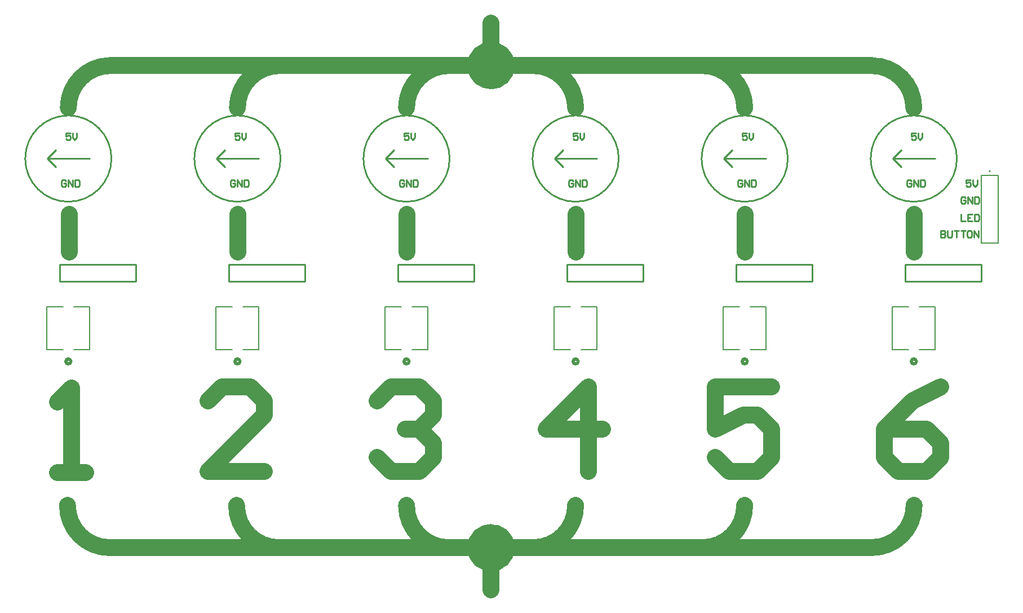
<source format=gto>
G04*
G04 #@! TF.GenerationSoftware,Altium Limited,Altium Designer,24.1.2 (44)*
G04*
G04 Layer_Color=65535*
%FSLAX44Y44*%
%MOMM*%
G71*
G04*
G04 #@! TF.SameCoordinates,D0725CFB-4392-4FD5-9E36-9DAD540CF34A*
G04*
G04*
G04 #@! TF.FilePolarity,Positive*
G04*
G01*
G75*
%ADD10C,2.5400*%
%ADD11C,0.2540*%
%ADD12C,0.2000*%
%ADD13C,0.5080*%
%ADD14C,0.1524*%
D10*
X1334008Y82804D02*
G03*
X1397508Y146304I0J63500D01*
G01*
X190500Y806450D02*
G03*
X127000Y742950I0J-63500D01*
G01*
X444500Y806450D02*
G03*
X381000Y742950I0J-63500D01*
G01*
X698500Y806450D02*
G03*
X635000Y742950I0J-63500D01*
G01*
X825500Y82550D02*
G03*
X889000Y146050I0J63500D01*
G01*
X635000D02*
G03*
X698500Y82550I63500J0D01*
G01*
X784895Y82550D02*
G03*
X784895Y82550I-22895J0D01*
G01*
Y806450D02*
G03*
X784895Y806450I-22895J0D01*
G01*
X1079500Y82550D02*
G03*
X1143000Y146050I0J63500D01*
G01*
X125715Y146139D02*
G03*
X189215Y82639I63500J0D01*
G01*
X379730Y146050D02*
G03*
X443230Y82550I63500J0D01*
G01*
X1397000Y742950D02*
G03*
X1333500Y806450I-63500J0D01*
G01*
X1143000Y742950D02*
G03*
X1079500Y806450I-63500J0D01*
G01*
X889000Y742950D02*
G03*
X825500Y806450I-63500J0D01*
G01*
X128227Y526151D02*
Y583301D01*
X189215Y82639D02*
X1334008Y82562D01*
X762000Y806539D02*
Y870039D01*
Y19139D02*
Y82639D01*
X1397898Y526389D02*
Y583539D01*
X1143898Y526389D02*
Y583539D01*
X889898Y526389D02*
Y583539D01*
X635898Y526389D02*
Y583539D01*
X381898Y526389D02*
Y583539D01*
X748015Y82639D02*
X938515Y82639D01*
X190500Y806450D02*
X1333500Y806450D01*
X558800D02*
X749300Y806450D01*
X908029Y196850D02*
Y323809D01*
X844550Y260329D01*
X929189D01*
X1437189Y323809D02*
X1394870Y302649D01*
X1352550Y260329D01*
Y218010D01*
X1373710Y196850D01*
X1416030D01*
X1437189Y218010D01*
Y239170D01*
X1416030Y260329D01*
X1352550D01*
X1183189Y323809D02*
X1098550D01*
Y260329D01*
X1140870Y281489D01*
X1162029D01*
X1183189Y260329D01*
Y218010D01*
X1162029Y196850D01*
X1119710D01*
X1098550Y218010D01*
X110490Y195580D02*
X152810D01*
X131650D01*
Y322539D01*
X110490Y301379D01*
X421189Y196850D02*
X336550D01*
X421189Y281489D01*
Y302649D01*
X400029Y323809D01*
X357710D01*
X336550Y302649D01*
X590550D02*
X611710Y323809D01*
X654029D01*
X675189Y302649D01*
Y281489D01*
X654029Y260329D01*
X632870D01*
X654029D01*
X675189Y239170D01*
Y218010D01*
X654029Y196850D01*
X611710D01*
X590550Y218010D01*
D11*
X191758Y666750D02*
G03*
X191758Y666750I-64758J0D01*
G01*
X445758D02*
G03*
X445758Y666750I-64758J0D01*
G01*
X699758D02*
G03*
X699758Y666750I-64758J0D01*
G01*
X953758D02*
G03*
X953758Y666750I-64758J0D01*
G01*
X1207758D02*
G03*
X1207758Y666750I-64758J0D01*
G01*
X1461758D02*
G03*
X1461758Y666750I-64758J0D01*
G01*
X1365250D02*
X1377950Y654050D01*
X1365250Y666750D02*
X1377950Y679450D01*
X1365250Y666750D02*
X1428750D01*
X1111250D02*
X1123950Y654050D01*
X1111250Y666750D02*
X1123950Y679450D01*
X1111250Y666750D02*
X1174750D01*
X857250D02*
X869950Y654050D01*
X857250Y666750D02*
X869950Y679450D01*
X857250Y666750D02*
X920750D01*
X603250D02*
X615950Y654050D01*
X603250Y666750D02*
X615950Y679450D01*
X603250Y666750D02*
X666750D01*
X349250D02*
X361950Y654050D01*
X349250Y666750D02*
X361950Y679450D01*
X349250Y666750D02*
X412750D01*
X95250D02*
X107950Y654050D01*
X95250Y666750D02*
X107950Y679450D01*
X95250Y666750D02*
X158750D01*
X1244600Y482600D02*
Y508000D01*
X1130300Y482600D02*
X1244600D01*
X1130300Y508000D02*
X1244600D01*
X1130300Y482600D02*
Y508000D01*
X736600Y482600D02*
Y508000D01*
X622300Y482600D02*
X736600D01*
X622300Y508000D02*
X736600D01*
X622300Y482600D02*
Y508000D01*
X990600Y482600D02*
Y508000D01*
X876300Y482600D02*
X990600D01*
X876300Y508000D02*
X990600D01*
X876300Y482600D02*
Y508000D01*
X482600Y482600D02*
Y508000D01*
X368300Y482600D02*
X482600D01*
X368300Y508000D02*
X482600D01*
X368300Y482600D02*
Y508000D01*
X228600Y482600D02*
Y508000D01*
X114300Y482600D02*
X228600D01*
X114300Y508000D02*
X228600D01*
X114300Y482600D02*
Y508000D01*
X1498600Y482600D02*
Y508000D01*
X1384300Y482600D02*
X1498600D01*
X1384300Y508000D02*
X1498600D01*
X1384300Y482600D02*
Y508000D01*
X377505Y633171D02*
X375838Y634837D01*
X372506D01*
X370840Y633171D01*
Y626506D01*
X372506Y624840D01*
X375838D01*
X377505Y626506D01*
Y629838D01*
X374172D01*
X380837Y624840D02*
Y634837D01*
X387501Y624840D01*
Y634837D01*
X390834D02*
Y624840D01*
X395832D01*
X397498Y626506D01*
Y633171D01*
X395832Y634837D01*
X390834D01*
X1468120Y582767D02*
Y572770D01*
X1474785D01*
X1484781Y582767D02*
X1478117D01*
Y572770D01*
X1484781D01*
X1478117Y577768D02*
X1481449D01*
X1488114Y582767D02*
Y572770D01*
X1493112D01*
X1494778Y574436D01*
Y581101D01*
X1493112Y582767D01*
X1488114D01*
X891854Y704687D02*
X885190D01*
Y699688D01*
X888522Y701355D01*
X890188D01*
X891854Y699688D01*
Y696356D01*
X890188Y694690D01*
X886856D01*
X885190Y696356D01*
X895187Y704687D02*
Y698022D01*
X898519Y694690D01*
X901851Y698022D01*
Y704687D01*
X1482404Y634837D02*
X1475740D01*
Y629838D01*
X1479072Y631505D01*
X1480738D01*
X1482404Y629838D01*
Y626506D01*
X1480738Y624840D01*
X1477406D01*
X1475740Y626506D01*
X1485737Y634837D02*
Y628172D01*
X1489069Y624840D01*
X1492401Y628172D01*
Y634837D01*
X1474785Y607771D02*
X1473118Y609437D01*
X1469786D01*
X1468120Y607771D01*
Y601106D01*
X1469786Y599440D01*
X1473118D01*
X1474785Y601106D01*
Y604438D01*
X1471452D01*
X1478117Y599440D02*
Y609437D01*
X1484781Y599440D01*
Y609437D01*
X1488114D02*
Y599440D01*
X1493112D01*
X1494778Y601106D01*
Y607771D01*
X1493112Y609437D01*
X1488114D01*
X129854Y704687D02*
X123190D01*
Y699688D01*
X126522Y701355D01*
X128188D01*
X129854Y699688D01*
Y696356D01*
X128188Y694690D01*
X124856D01*
X123190Y696356D01*
X133187Y704687D02*
Y698022D01*
X136519Y694690D01*
X139851Y698022D01*
Y704687D01*
X123504Y633171D02*
X121838Y634837D01*
X118506D01*
X116840Y633171D01*
Y626506D01*
X118506Y624840D01*
X121838D01*
X123504Y626506D01*
Y629838D01*
X120172D01*
X126837Y624840D02*
Y634837D01*
X133501Y624840D01*
Y634837D01*
X136834D02*
Y624840D01*
X141832D01*
X143498Y626506D01*
Y633171D01*
X141832Y634837D01*
X136834D01*
X1437640Y558637D02*
Y548640D01*
X1442638D01*
X1444305Y550306D01*
Y551972D01*
X1442638Y553638D01*
X1437640D01*
X1442638D01*
X1444305Y555304D01*
Y556971D01*
X1442638Y558637D01*
X1437640D01*
X1447637D02*
Y550306D01*
X1449303Y548640D01*
X1452635D01*
X1454301Y550306D01*
Y558637D01*
X1457634D02*
X1464298D01*
X1460966D01*
Y548640D01*
X1467630Y558637D02*
X1474295D01*
X1470963D01*
Y548640D01*
X1482625Y558637D02*
X1479293D01*
X1477627Y556971D01*
Y550306D01*
X1479293Y548640D01*
X1482625D01*
X1484292Y550306D01*
Y556971D01*
X1482625Y558637D01*
X1487624Y548640D02*
Y558637D01*
X1494288Y548640D01*
Y558637D01*
X885505Y633171D02*
X883838Y634837D01*
X880506D01*
X878840Y633171D01*
Y626506D01*
X880506Y624840D01*
X883838D01*
X885505Y626506D01*
Y629838D01*
X882172D01*
X888837Y624840D02*
Y634837D01*
X895501Y624840D01*
Y634837D01*
X898834D02*
Y624840D01*
X903832D01*
X905498Y626506D01*
Y633171D01*
X903832Y634837D01*
X898834D01*
X383854Y704687D02*
X377190D01*
Y699688D01*
X380522Y701355D01*
X382188D01*
X383854Y699688D01*
Y696356D01*
X382188Y694690D01*
X378856D01*
X377190Y696356D01*
X387187Y704687D02*
Y698022D01*
X390519Y694690D01*
X393851Y698022D01*
Y704687D01*
X1139504Y633171D02*
X1137838Y634837D01*
X1134506D01*
X1132840Y633171D01*
Y626506D01*
X1134506Y624840D01*
X1137838D01*
X1139504Y626506D01*
Y629838D01*
X1136172D01*
X1142837Y624840D02*
Y634837D01*
X1149501Y624840D01*
Y634837D01*
X1152834D02*
Y624840D01*
X1157832D01*
X1159498Y626506D01*
Y633171D01*
X1157832Y634837D01*
X1152834D01*
X637854Y704687D02*
X631190D01*
Y699688D01*
X634522Y701355D01*
X636188D01*
X637854Y699688D01*
Y696356D01*
X636188Y694690D01*
X632856D01*
X631190Y696356D01*
X641187Y704687D02*
Y698022D01*
X644519Y694690D01*
X647851Y698022D01*
Y704687D01*
X1393504Y633171D02*
X1391838Y634837D01*
X1388506D01*
X1386840Y633171D01*
Y626506D01*
X1388506Y624840D01*
X1391838D01*
X1393504Y626506D01*
Y629838D01*
X1390172D01*
X1396837Y624840D02*
Y634837D01*
X1403501Y624840D01*
Y634837D01*
X1406834D02*
Y624840D01*
X1411832D01*
X1413498Y626506D01*
Y633171D01*
X1411832Y634837D01*
X1406834D01*
X1145854Y704687D02*
X1139190D01*
Y699688D01*
X1142522Y701355D01*
X1144188D01*
X1145854Y699688D01*
Y696356D01*
X1144188Y694690D01*
X1140856D01*
X1139190Y696356D01*
X1149187Y704687D02*
Y698022D01*
X1152519Y694690D01*
X1155851Y698022D01*
Y704687D01*
X631505Y633171D02*
X629838Y634837D01*
X626506D01*
X624840Y633171D01*
Y626506D01*
X626506Y624840D01*
X629838D01*
X631505Y626506D01*
Y629838D01*
X628172D01*
X634837Y624840D02*
Y634837D01*
X641501Y624840D01*
Y634837D01*
X644834D02*
Y624840D01*
X649832D01*
X651498Y626506D01*
Y633171D01*
X649832Y634837D01*
X644834D01*
X1399854Y704687D02*
X1393190D01*
Y699688D01*
X1396522Y701355D01*
X1398188D01*
X1399854Y699688D01*
Y696356D01*
X1398188Y694690D01*
X1394856D01*
X1393190Y696356D01*
X1403187Y704687D02*
Y698022D01*
X1406519Y694690D01*
X1409851Y698022D01*
Y704687D01*
D12*
X1512300Y647850D02*
G03*
X1512300Y647850I-1000J0D01*
G01*
X1498600Y641350D02*
X1524000D01*
X1498600Y539750D02*
X1524000D01*
Y641350D01*
X1498600Y539750D02*
Y641350D01*
D13*
X1400810Y362312D02*
G03*
X1400810Y362312I-3810J0D01*
G01*
X1146810D02*
G03*
X1146810Y362312I-3810J0D01*
G01*
X892810D02*
G03*
X892810Y362312I-3810J0D01*
G01*
X638810D02*
G03*
X638810Y362312I-3810J0D01*
G01*
X384810D02*
G03*
X384810Y362312I-3810J0D01*
G01*
X130810D02*
G03*
X130810Y362312I-3810J0D01*
G01*
D14*
X1405025Y380092D02*
X1429258D01*
X1364742D02*
X1388975D01*
X1364742D02*
Y444608D01*
X1405025D02*
X1429258D01*
Y380092D02*
Y444608D01*
X1364742D02*
X1388975D01*
X1151025Y380092D02*
X1175258D01*
X1110742D02*
X1134975D01*
X1110742D02*
Y444608D01*
X1151025D02*
X1175258D01*
Y380092D02*
Y444608D01*
X1110742D02*
X1134975D01*
X897025Y380092D02*
X921258D01*
X856742D02*
X880975D01*
X856742D02*
Y444608D01*
X897025D02*
X921258D01*
Y380092D02*
Y444608D01*
X856742D02*
X880975D01*
X643025Y380092D02*
X667258D01*
X602742D02*
X626975D01*
X602742D02*
Y444608D01*
X643025D02*
X667258D01*
Y380092D02*
Y444608D01*
X602742D02*
X626975D01*
X389025Y380092D02*
X413258D01*
X348742D02*
X372975D01*
X348742D02*
Y444608D01*
X389025D02*
X413258D01*
Y380092D02*
Y444608D01*
X348742D02*
X372975D01*
X135025Y380092D02*
X159258D01*
X94742D02*
X118975D01*
X94742D02*
Y444608D01*
X135025D02*
X159258D01*
Y380092D02*
Y444608D01*
X94742D02*
X118975D01*
M02*

</source>
